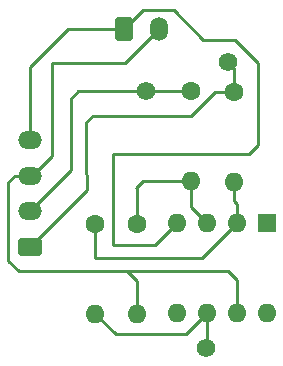
<source format=gbr>
%TF.GenerationSoftware,KiCad,Pcbnew,(6.0.8)*%
%TF.CreationDate,2022-12-06T20:24:47-05:00*%
%TF.ProjectId,gtsrcurrentsensor,67747372-6375-4727-9265-6e7473656e73,v01*%
%TF.SameCoordinates,Original*%
%TF.FileFunction,Copper,L1,Top*%
%TF.FilePolarity,Positive*%
%FSLAX46Y46*%
G04 Gerber Fmt 4.6, Leading zero omitted, Abs format (unit mm)*
G04 Created by KiCad (PCBNEW (6.0.8)) date 2022-12-06 20:24:47*
%MOMM*%
%LPD*%
G01*
G04 APERTURE LIST*
G04 Aperture macros list*
%AMRoundRect*
0 Rectangle with rounded corners*
0 $1 Rounding radius*
0 $2 $3 $4 $5 $6 $7 $8 $9 X,Y pos of 4 corners*
0 Add a 4 corners polygon primitive as box body*
4,1,4,$2,$3,$4,$5,$6,$7,$8,$9,$2,$3,0*
0 Add four circle primitives for the rounded corners*
1,1,$1+$1,$2,$3*
1,1,$1+$1,$4,$5*
1,1,$1+$1,$6,$7*
1,1,$1+$1,$8,$9*
0 Add four rect primitives between the rounded corners*
20,1,$1+$1,$2,$3,$4,$5,0*
20,1,$1+$1,$4,$5,$6,$7,0*
20,1,$1+$1,$6,$7,$8,$9,0*
20,1,$1+$1,$8,$9,$2,$3,0*%
G04 Aperture macros list end*
%TA.AperFunction,ComponentPad*%
%ADD10C,1.600000*%
%TD*%
%TA.AperFunction,ComponentPad*%
%ADD11O,1.600000X1.600000*%
%TD*%
%TA.AperFunction,ComponentPad*%
%ADD12C,1.569720*%
%TD*%
%TA.AperFunction,ComponentPad*%
%ADD13R,1.600000X1.600000*%
%TD*%
%TA.AperFunction,ComponentPad*%
%ADD14RoundRect,0.250001X0.759999X-0.499999X0.759999X0.499999X-0.759999X0.499999X-0.759999X-0.499999X0*%
%TD*%
%TA.AperFunction,ComponentPad*%
%ADD15O,2.020000X1.500000*%
%TD*%
%TA.AperFunction,ComponentPad*%
%ADD16RoundRect,0.250001X-0.499999X-0.759999X0.499999X-0.759999X0.499999X0.759999X-0.499999X0.759999X0*%
%TD*%
%TA.AperFunction,ComponentPad*%
%ADD17O,1.500000X2.020000*%
%TD*%
%TA.AperFunction,Conductor*%
%ADD18C,0.250000*%
%TD*%
G04 APERTURE END LIST*
D10*
%TO.P,R3,1*%
%TO.N,Net-(R2-Pad2)*%
X177800000Y-110540800D03*
D11*
%TO.P,R3,2*%
%TO.N,GND*%
X177800000Y-118160800D03*
%TD*%
D12*
%TO.P,TP3,1,1*%
%TO.N,/Low*%
X185572400Y-96824800D03*
%TD*%
%TO.P,TP1,1,1*%
%TO.N,Net-(Rf1-Pad2)*%
X183692800Y-121005600D03*
%TD*%
D10*
%TO.P,Rf1,1*%
%TO.N,Net-(R1-Pad2)*%
X174294800Y-110490000D03*
D11*
%TO.P,Rf1,2*%
%TO.N,Net-(Rf1-Pad2)*%
X174294800Y-118110000D03*
%TD*%
D13*
%TO.P,U2,1,NULL*%
%TO.N,unconnected-(U2-Pad1)*%
X188813600Y-110449200D03*
D11*
%TO.P,U2,2,-*%
%TO.N,Net-(R1-Pad2)*%
X186273600Y-110449200D03*
%TO.P,U2,3,+*%
%TO.N,Net-(R2-Pad2)*%
X183733600Y-110449200D03*
%TO.P,U2,4,V-*%
%TO.N,/5V*%
X181193600Y-110449200D03*
%TO.P,U2,5,NULL*%
%TO.N,unconnected-(U2-Pad5)*%
X181193600Y-118069200D03*
%TO.P,U2,6*%
%TO.N,Net-(Rf1-Pad2)*%
X183733600Y-118069200D03*
%TO.P,U2,7,V+*%
%TO.N,GND*%
X186273600Y-118069200D03*
%TO.P,U2,8,NC*%
%TO.N,unconnected-(U2-Pad8)*%
X188813600Y-118069200D03*
%TD*%
D14*
%TO.P,Je1,1,Pin_1*%
%TO.N,/Low*%
X168757600Y-112420400D03*
D15*
%TO.P,Je1,2,Pin_2*%
%TO.N,/Hi*%
X168757600Y-109420400D03*
%TO.P,Je1,3,Pin_3*%
%TO.N,GND*%
X168757600Y-106420400D03*
%TO.P,Je1,4,Pin_4*%
%TO.N,/5V*%
X168757600Y-103420400D03*
%TD*%
D10*
%TO.P,R2,1*%
%TO.N,/Hi*%
X182372000Y-99263200D03*
D11*
%TO.P,R2,2*%
%TO.N,Net-(R2-Pad2)*%
X182372000Y-106883200D03*
%TD*%
D16*
%TO.P,J1,1,Pin_1*%
%TO.N,/5V*%
X176733200Y-93980000D03*
D17*
%TO.P,J1,2,Pin_2*%
%TO.N,GND*%
X179733200Y-93980000D03*
%TD*%
D12*
%TO.P,TP2,1,1*%
%TO.N,/Hi*%
X178562000Y-99263200D03*
%TD*%
D10*
%TO.P,R1,1*%
%TO.N,/Low*%
X186029600Y-99314000D03*
D11*
%TO.P,R1,2*%
%TO.N,Net-(R1-Pad2)*%
X186029600Y-106934000D03*
%TD*%
D18*
%TO.N,/Low*%
X173583600Y-106324400D02*
X173583600Y-107594400D01*
X186029600Y-99314000D02*
X184404000Y-99314000D01*
X186029600Y-99314000D02*
X186029600Y-97282000D01*
X173532800Y-106273600D02*
X173583600Y-106324400D01*
X174091600Y-101346000D02*
X173532800Y-101904800D01*
X182372000Y-101346000D02*
X174091600Y-101346000D01*
X186029600Y-97282000D02*
X185572400Y-96824800D01*
X184404000Y-99314000D02*
X182372000Y-101346000D01*
X173532800Y-101904800D02*
X173532800Y-106273600D01*
X173583600Y-107594400D02*
X168757600Y-112420400D01*
%TO.N,Net-(R1-Pad2)*%
X186273600Y-108803600D02*
X186273600Y-110449200D01*
X174294800Y-110490000D02*
X174294800Y-113385600D01*
X174294800Y-113385600D02*
X183337200Y-113385600D01*
X186029600Y-106934000D02*
X186029600Y-108559600D01*
X183337200Y-113385600D02*
X186273600Y-110449200D01*
X186029600Y-108559600D02*
X186273600Y-108803600D01*
%TO.N,/Hi*%
X168757600Y-109420400D02*
X172212000Y-105966000D01*
X172212000Y-99923600D02*
X172872400Y-99263200D01*
X172872400Y-99263200D02*
X178562000Y-99263200D01*
X172212000Y-105966000D02*
X172212000Y-99923600D01*
X178562000Y-99263200D02*
X182372000Y-99263200D01*
%TO.N,Net-(R2-Pad2)*%
X182372000Y-109087600D02*
X183733600Y-110449200D01*
X182372000Y-106883200D02*
X182372000Y-109087600D01*
X177800000Y-107543600D02*
X177800000Y-110540800D01*
X178358800Y-106883200D02*
X177749200Y-107492800D01*
X177749200Y-107492800D02*
X177800000Y-107543600D01*
X182372000Y-106883200D02*
X178358800Y-106883200D01*
%TO.N,GND*%
X177002401Y-114518401D02*
X185536801Y-114518401D01*
X186283600Y-115265200D02*
X186273600Y-115275200D01*
X167807601Y-114518401D02*
X177002401Y-114518401D01*
X170637200Y-104749600D02*
X168966400Y-106420400D01*
X177800000Y-115316000D02*
X177800000Y-118160800D01*
X170637200Y-96875600D02*
X176837600Y-96875600D01*
X167493200Y-106420400D02*
X166928800Y-106984800D01*
X168757600Y-106420400D02*
X167493200Y-106420400D01*
X177002401Y-114518401D02*
X177800000Y-115316000D01*
X185536801Y-114518401D02*
X186283600Y-115265200D01*
X186273600Y-115275200D02*
X186273600Y-118069200D01*
X168966400Y-106420400D02*
X168757600Y-106420400D01*
X170637200Y-96875600D02*
X170637200Y-104749600D01*
X166928800Y-106984800D02*
X166928800Y-113639600D01*
X176837600Y-96875600D02*
X179733200Y-93980000D01*
X166928800Y-113639600D02*
X167807601Y-114518401D01*
%TO.N,Net-(Rf1-Pad2)*%
X174294800Y-118110000D02*
X176022000Y-119837200D01*
X183733600Y-120964800D02*
X183692800Y-121005600D01*
X183733600Y-118069200D02*
X183733600Y-120964800D01*
X176022000Y-119837200D02*
X181965600Y-119837200D01*
X181965600Y-119837200D02*
X183733600Y-118069200D01*
%TO.N,/5V*%
X179324000Y-112318800D02*
X175818800Y-112318800D01*
X183438800Y-94894400D02*
X180949600Y-92405200D01*
X188112400Y-96875600D02*
X186131200Y-94894400D01*
X188112400Y-103835200D02*
X188112400Y-96875600D01*
X186131200Y-94894400D02*
X183438800Y-94894400D01*
X175818800Y-104597200D02*
X187350400Y-104597200D01*
X168757600Y-97180400D02*
X168757600Y-103420400D01*
X180949600Y-92405200D02*
X178308000Y-92405200D01*
X178308000Y-92405200D02*
X176733200Y-93980000D01*
X171958000Y-93980000D02*
X176733200Y-93980000D01*
X168757600Y-97180400D02*
X171958000Y-93980000D01*
X181193600Y-110449200D02*
X179324000Y-112318800D01*
X187350400Y-104597200D02*
X188112400Y-103835200D01*
X175818800Y-112318800D02*
X175818800Y-104597200D01*
%TD*%
M02*

</source>
